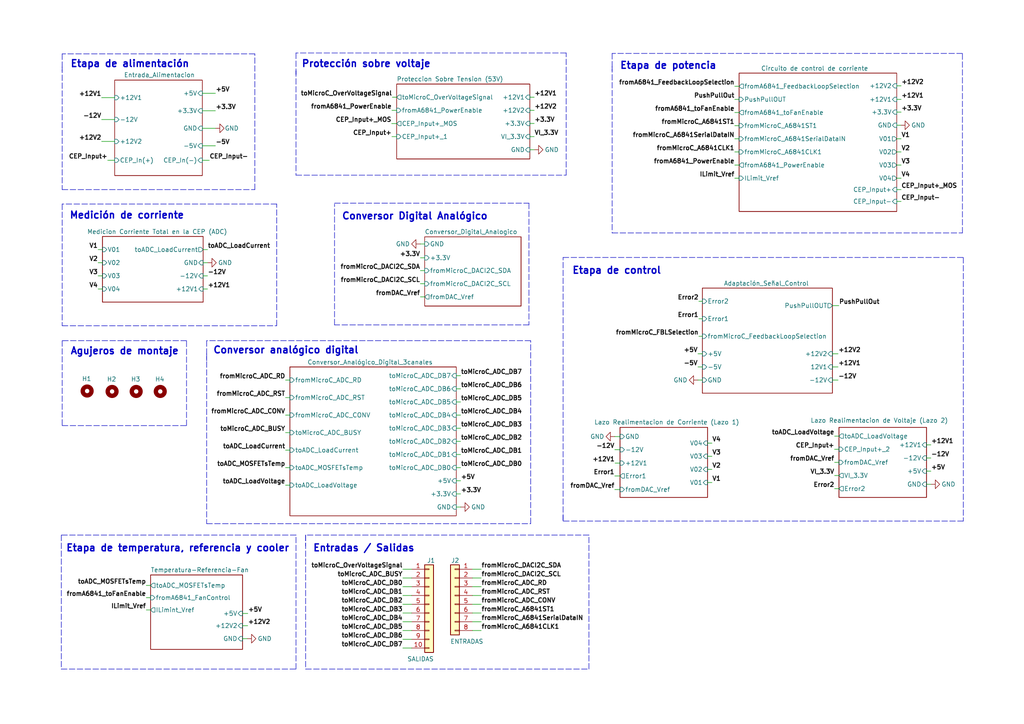
<source format=kicad_sch>
(kicad_sch (version 20211123) (generator eeschema)
  (paper "A4")
  (title_block (title "PLACA DE POTENCIA") (date "2021-12-15") (rev "V02") (comment 2 "creativecommons.orgn/licenses/by/4.0/") (comment 3 "Licenses: CC BY 4.0") (comment 4 "Author: Ibañez Lucas"))
  (lib_symbols
    (symbol "Connector_Generic:Conn_01x08" (pin_names (offset 1.016) hide)
      (property "Reference" "J" (at 0 10.16 0))
      (property "Value" "Conn_01x08" (at 0 -12.7 0))
      (symbol "Conn_01x08_1_1"
        (rectangle (start -1.27 -10.033) (end 0 -10.287) (stroke (width 0.1524)))
        (rectangle (start -1.27 -7.493) (end 0 -7.747) (stroke (width 0.1524)))
        (rectangle (start -1.27 -4.953) (end 0 -5.207) (stroke (width 0.1524)))
        (rectangle (start -1.27 -2.413) (end 0 -2.667) (stroke (width 0.1524)))
        (rectangle (start -1.27 0.127) (end 0 -0.127) (stroke (width 0.1524)))
        (rectangle (start -1.27 2.667) (end 0 2.413) (stroke (width 0.1524)))
        (rectangle (start -1.27 5.207) (end 0 4.953) (stroke (width 0.1524)))
        (rectangle (start -1.27 7.747) (end 0 7.493) (stroke (width 0.1524)))
        (rectangle (start -1.27 8.89) (end 1.27 -11.43) (stroke (width 0.254)) (fill (type background)))
        (pin passive line (at -5.08 7.62 0) (length 3.81) (name "Pin_1") (number "1"))
        (pin passive line (at -5.08 5.08 0) (length 3.81) (name "Pin_2") (number "2"))
        (pin passive line (at -5.08 2.54 0) (length 3.81) (name "Pin_3") (number "3"))
        (pin passive line (at -5.08 0 0) (length 3.81) (name "Pin_4") (number "4"))
        (pin passive line (at -5.08 -2.54 0) (length 3.81) (name "Pin_5") (number "5"))
        (pin passive line (at -5.08 -5.08 0) (length 3.81) (name "Pin_6") (number "6"))
        (pin passive line (at -5.08 -7.62 0) (length 3.81) (name "Pin_7") (number "7"))
        (pin passive line (at -5.08 -10.16 0) (length 3.81) (name "Pin_8") (number "8"))
      )
    )
    (symbol "Connector_Generic:Conn_01x10" (pin_names (offset 1.016) hide)
      (property "Reference" "J" (at 0 12.7 0))
      (property "Value" "Conn_01x10" (at 0 -15.24 0))
      (symbol "Conn_01x10_1_1"
        (rectangle (start -1.27 -12.573) (end 0 -12.827) (stroke (width 0.1524)))
        (rectangle (start -1.27 -10.033) (end 0 -10.287) (stroke (width 0.1524)))
        (rectangle (start -1.27 -7.493) (end 0 -7.747) (stroke (width 0.1524)))
        (rectangle (start -1.27 -4.953) (end 0 -5.207) (stroke (width 0.1524)))
        (rectangle (start -1.27 -2.413) (end 0 -2.667) (stroke (width 0.1524)))
        (rectangle (start -1.27 0.127) (end 0 -0.127) (stroke (width 0.1524)))
        (rectangle (start -1.27 2.667) (end 0 2.413) (stroke (width 0.1524)))
        (rectangle (start -1.27 5.207) (end 0 4.953) (stroke (width 0.1524)))
        (rectangle (start -1.27 7.747) (end 0 7.493) (stroke (width 0.1524)))
        (rectangle (start -1.27 10.287) (end 0 10.033) (stroke (width 0.1524)))
        (rectangle (start -1.27 11.43) (end 1.27 -13.97) (stroke (width 0.254)) (fill (type background)))
        (pin passive line (at -5.08 10.16 0) (length 3.81) (name "Pin_1") (number "1"))
        (pin passive line (at -5.08 -12.7 0) (length 3.81) (name "Pin_10") (number "10"))
        (pin passive line (at -5.08 7.62 0) (length 3.81) (name "Pin_2") (number "2"))
        (pin passive line (at -5.08 5.08 0) (length 3.81) (name "Pin_3") (number "3"))
        (pin passive line (at -5.08 2.54 0) (length 3.81) (name "Pin_4") (number "4"))
        (pin passive line (at -5.08 0 0) (length 3.81) (name "Pin_5") (number "5"))
        (pin passive line (at -5.08 -2.54 0) (length 3.81) (name "Pin_6") (number "6"))
        (pin passive line (at -5.08 -5.08 0) (length 3.81) (name "Pin_7") (number "7"))
        (pin passive line (at -5.08 -7.62 0) (length 3.81) (name "Pin_8") (number "8"))
        (pin passive line (at -5.08 -10.16 0) (length 3.81) (name "Pin_9") (number "9"))
      )
    )
    (symbol "Mechanical:MountingHole" (pin_names (offset 1.016))
      (property "Reference" "H" (at 0 5.08 0))
      (property "Value" "MountingHole" (at 0 3.175 0))
      (symbol "MountingHole_0_1"
        (circle (center 0 0) (radius 1.27) (stroke (width 1.27)))
      )
    )
    (symbol "power:GND" (power) (pin_names (offset 0))
      (property "Value" "GND" (at 0 -3.81 0))
      (symbol "GND_0_1"
        (polyline (pts (xy 0 0) (xy 0 -1.27) (xy 1.27 -1.27) (xy 0 -2.54) (xy -1.27 -1.27) (xy 0 -1.27)))
      )
      (symbol "GND_1_1"
        (pin power_in line (at 0 0 270) (length 0) hide (name "GND") (number "1"))
      )
    )
  )
  (polyline (pts (xy 54.102 98.806) (xy 18.034 98.806)))
  (wire (pts (xy 132.334 128.016) (xy 133.604 128.016)))
  (wire (pts (xy 113.665 32.004) (xy 115.062 32.004)))
  (wire (pts (xy 137.033 165.1) (xy 139.573 165.1)))
  (wire (pts (xy 268.732 132.842) (xy 270.002 132.842)))
  (polyline (pts (xy 59.944 98.806) (xy 59.944 104.648)))
  (wire (pts (xy 260.096 28.829) (xy 261.366 28.829)))
  (wire (pts (xy 28.448 83.82) (xy 29.718 83.82)))
  (wire (pts (xy 58.674 27.051) (xy 62.484 27.051)))
  (polyline (pts (xy 170.815 155.194) (xy 88.646 155.194)))
  (wire (pts (xy 29.464 28.321) (xy 33.274 28.321)))
  (polyline (pts (xy 177.546 19.304) (xy 177.546 67.564)))
  (wire (pts (xy 70.358 181.483) (xy 71.8566 181.483)))
  (wire (pts (xy 116.84 185.42) (xy 119.38 185.42)))
  (wire (pts (xy 154.94 39.624) (xy 153.67 39.624)))
  (wire (pts (xy 84.074 130.556) (xy 82.804 130.556)))
  (wire (pts (xy 133.604 143.256) (xy 132.334 143.256)))
  (polyline (pts (xy 54.102 123.444) (xy 54.102 98.806)))
  (wire (pts (xy 178.308 126.619) (xy 179.832 126.619)))
  (wire (pts (xy 139.573 172.72) (xy 137.033 172.72)))
  (wire (pts (xy 123.19 82.296) (xy 121.92 82.296)))
  (wire (pts (xy 132.334 116.586) (xy 133.604 116.586)))
  (polyline (pts (xy 177.546 15.494) (xy 177.546 20.574)))
  (polyline (pts (xy 153.924 151.892) (xy 153.924 98.806)))
  (wire (pts (xy 213.106 44.069) (xy 214.376 44.069)))
  (polyline (pts (xy 279.146 15.494) (xy 177.546 15.494)))
  (wire (pts (xy 133.604 120.396) (xy 132.334 120.396)))
  (wire (pts (xy 29.464 34.671) (xy 33.274 34.671)))
  (wire (pts (xy 139.573 177.8) (xy 137.033 177.8)))
  (wire (pts (xy 133.604 139.446) (xy 132.334 139.446)))
  (wire (pts (xy 133.604 135.636) (xy 132.334 135.636)))
  (wire (pts (xy 154.94 35.814) (xy 153.67 35.814)))
  (wire (pts (xy 202.692 87.376) (xy 203.708 87.376)))
  (polyline (pts (xy 18.034 123.444) (xy 54.102 123.444)))
  (wire (pts (xy 243.332 130.302) (xy 242.062 130.302)))
  (polyline (pts (xy 80.264 59.182) (xy 18.034 59.182)))
  (wire (pts (xy 260.096 54.991) (xy 261.366 54.991)))
  (wire (pts (xy 178.308 141.986) (xy 179.832 141.986)))
  (wire (pts (xy 154.94 43.434) (xy 153.67 43.434)))
  (wire (pts (xy 84.074 120.396) (xy 82.804 120.396)))
  (polyline (pts (xy 17.78 194.056) (xy 85.852 194.056)))
  (wire (pts (xy 241.427 102.616) (xy 243.078 102.616)))
  (polyline (pts (xy 73.914 54.991) (xy 73.914 15.621)))
  (wire (pts (xy 132.334 108.966) (xy 133.604 108.966)))
  (wire (pts (xy 70.358 185.2422) (xy 71.6788 185.2422)))
  (wire (pts (xy 121.92 74.7776) (xy 123.19 74.7776)))
  (polyline (pts (xy 97.028 58.928) (xy 153.416 58.928)))
  (wire (pts (xy 205.232 139.954) (xy 206.502 139.954)))
  (wire (pts (xy 260.096 24.892) (xy 261.366 24.892)))
  (wire (pts (xy 28.448 72.39) (xy 29.718 72.39)))
  (wire (pts (xy 203.708 110.236) (xy 202.438 110.236)))
  (wire (pts (xy 42.418 176.911) (xy 43.688 176.911)))
  (polyline (pts (xy 85.852 155.194) (xy 17.78 155.194)))
  (wire (pts (xy 139.573 182.88) (xy 137.033 182.88)))
  (wire (pts (xy 260.096 36.322) (xy 261.239 36.322)))
  (wire (pts (xy 213.106 47.879) (xy 214.376 47.879)))
  (wire (pts (xy 242.062 141.732) (xy 243.332 141.732)))
  (polyline (pts (xy 88.646 155.194) (xy 88.646 194.056)))
  (wire (pts (xy 28.448 76.2) (xy 29.718 76.2)))
  (wire (pts (xy 113.665 39.624) (xy 115.062 39.624)))
  (wire (pts (xy 119.38 177.8) (xy 116.84 177.8)))
  (wire (pts (xy 242.062 126.492) (xy 243.332 126.492)))
  (wire (pts (xy 260.096 40.259) (xy 261.366 40.259)))
  (wire (pts (xy 84.074 135.636) (xy 82.804 135.636)))
  (polyline (pts (xy 18.034 15.621) (xy 18.034 20.701)))
  (wire (pts (xy 241.427 110.236) (xy 243.078 110.236)))
  (polyline (pts (xy 85.852 15.367) (xy 85.852 21.844)))
  (polyline (pts (xy 170.815 194.056) (xy 170.815 155.194)))
  (polyline (pts (xy 88.646 194.056) (xy 170.815 194.056)))
  (wire (pts (xy 121.92 86.106) (xy 123.19 86.106)))
  (wire (pts (xy 121.92 78.486) (xy 123.19 78.486)))
  (polyline (pts (xy 18.034 59.182) (xy 18.034 94.488)))
  (polyline (pts (xy 153.416 94.234) (xy 97.028 94.234)))
  (polyline (pts (xy 279.146 67.564) (xy 279.146 15.494)))
  (wire (pts (xy 119.38 187.96) (xy 116.84 187.96)))
  (wire (pts (xy 58.928 72.39) (xy 60.198 72.39)))
  (wire (pts (xy 243.332 137.922) (xy 242.062 137.922)))
  (wire (pts (xy 139.573 167.64) (xy 137.033 167.64)))
  (wire (pts (xy 178.3842 134.3152) (xy 179.832 134.3152)))
  (wire (pts (xy 58.674 37.211) (xy 62.484 37.211)))
  (polyline (pts (xy 59.944 102.616) (xy 59.944 151.892)))
  (polyline (pts (xy 17.78 155.194) (xy 17.78 194.056)))
  (wire (pts (xy 58.928 83.82) (xy 60.198 83.82)))
  (wire (pts (xy 203.708 102.616) (xy 202.438 102.616)))
  (wire (pts (xy 137.033 180.34) (xy 139.573 180.34)))
  (wire (pts (xy 70.358 177.927) (xy 71.882 177.927)))
  (wire (pts (xy 178.308 130.429) (xy 179.832 130.429)))
  (wire (pts (xy 58.928 76.2) (xy 60.198 76.2)))
  (wire (pts (xy 116.84 165.1) (xy 119.38 165.1)))
  (wire (pts (xy 31.242 46.482) (xy 33.274 46.482)))
  (polyline (pts (xy 163.322 74.676) (xy 279.4 74.676)))
  (wire (pts (xy 270.002 129.032) (xy 268.732 129.032)))
  (wire (pts (xy 241.427 106.426) (xy 243.078 106.426)))
  (wire (pts (xy 137.033 175.26) (xy 139.573 175.26)))
  (wire (pts (xy 113.5888 35.8394) (xy 115.062 35.8394)))
  (polyline (pts (xy 153.924 98.806) (xy 59.944 98.806)))
  (wire (pts (xy 213.106 36.449) (xy 214.376 36.449)))
  (polyline (pts (xy 18.034 98.806) (xy 18.034 123.444)))
  (polyline (pts (xy 73.914 15.621) (xy 18.034 15.621)))
  (wire (pts (xy 213.106 32.639) (xy 214.376 32.639)))
  (wire (pts (xy 119.38 172.72) (xy 116.84 172.72)))
  (wire (pts (xy 58.674 46.482) (xy 60.706 46.482)))
  (wire (pts (xy 213.106 28.829) (xy 214.376 28.829)))
  (wire (pts (xy 242.062 134.112) (xy 243.332 134.112)))
  (wire (pts (xy 116.84 175.26) (xy 119.38 175.26)))
  (wire (pts (xy 213.106 51.689) (xy 214.376 51.689)))
  (polyline (pts (xy 279.4 74.676) (xy 279.4 151.13)))
  (wire (pts (xy 115.062 28.194) (xy 113.792 28.194)))
  (wire (pts (xy 84.074 115.316) (xy 82.804 115.316)))
  (wire (pts (xy 42.418 173.355) (xy 43.688 173.355)))
  (wire (pts (xy 205.232 136.144) (xy 206.502 136.144)))
  (polyline (pts (xy 18.034 19.431) (xy 18.034 54.991)))
  (polyline (pts (xy 59.944 151.892) (xy 153.924 151.892)))
  (wire (pts (xy 270.002 136.652) (xy 268.732 136.652)))
  (wire (pts (xy 213.106 40.259) (xy 214.376 40.259)))
  (wire (pts (xy 202.692 97.536) (xy 203.708 97.536)))
  (wire (pts (xy 154.94 28.194) (xy 153.67 28.194)))
  (wire (pts (xy 213.106 25.019) (xy 214.376 25.019)))
  (wire (pts (xy 132.334 124.206) (xy 133.604 124.206)))
  (wire (pts (xy 202.692 92.456) (xy 203.708 92.456)))
  (polyline (pts (xy 80.264 94.488) (xy 80.264 59.182)))
  (wire (pts (xy 119.38 182.88) (xy 116.84 182.88)))
  (wire (pts (xy 121.92 70.7644) (xy 123.19 70.7644)))
  (polyline (pts (xy 85.852 50.8) (xy 164.211 50.8)))
  (wire (pts (xy 84.074 110.236) (xy 82.804 110.236)))
  (wire (pts (xy 133.604 112.776) (xy 132.334 112.776)))
  (wire (pts (xy 202.438 106.426) (xy 203.708 106.426)))
  (wire (pts (xy 29.464 41.021) (xy 33.274 41.021)))
  (polyline (pts (xy 163.322 151.13) (xy 163.322 148.844)))
  (wire (pts (xy 205.232 128.524) (xy 206.502 128.524)))
  (polyline (pts (xy 85.852 20.4978) (xy 85.852 50.8)))
  (wire (pts (xy 82.804 140.716) (xy 84.074 140.716)))
  (polyline (pts (xy 18.034 54.991) (xy 73.914 54.991)))
  (polyline (pts (xy 88.646 155.194) (xy 88.646 158.369)))
  (wire (pts (xy 260.096 51.689) (xy 261.366 51.689)))
  (wire (pts (xy 154.94 32.004) (xy 153.67 32.004)))
  (polyline (pts (xy 164.211 15.367) (xy 85.852 15.367)))
  (wire (pts (xy 260.096 47.879) (xy 261.366 47.879)))
  (wire (pts (xy 58.674 42.291) (xy 62.484 42.291)))
  (wire (pts (xy 116.84 170.18) (xy 119.38 170.18)))
  (wire (pts (xy 260.096 32.512) (xy 261.366 32.512)))
  (polyline (pts (xy 85.852 194.056) (xy 85.852 155.194)))
  (wire (pts (xy 116.84 180.34) (xy 119.38 180.34)))
  (polyline (pts (xy 97.028 94.234) (xy 97.028 59.182)))
  (wire (pts (xy 58.674 32.131) (xy 62.484 32.131)))
  (wire (pts (xy 84.074 125.476) (xy 82.804 125.476)))
  (wire (pts (xy 205.232 132.334) (xy 206.502 132.334)))
  (wire (pts (xy 119.38 167.64) (xy 116.84 167.64)))
  (wire (pts (xy 268.732 140.462) (xy 270.002 140.462)))
  (wire (pts (xy 178.308 138.049) (xy 179.832 138.049)))
  (polyline (pts (xy 164.211 50.8) (xy 164.211 15.367)))
  (wire (pts (xy 241.427 88.646) (xy 243.3066 88.646)))
  (wire (pts (xy 133.604 147.066) (xy 132.334 147.066)))
  (polyline (pts (xy 153.416 58.928) (xy 153.416 94.234)))
  (wire (pts (xy 132.334 131.826) (xy 133.604 131.826)))
  (wire (pts (xy 260.096 58.42) (xy 261.366 58.42)))
  (wire (pts (xy 28.448 80.01) (xy 29.718 80.01)))
  (wire (pts (xy 260.096 44.069) (xy 261.366 44.069)))
  (polyline (pts (xy 18.034 94.488) (xy 80.264 94.488)))
  (polyline (pts (xy 177.546 67.564) (xy 279.146 67.564)))
  (wire (pts (xy 42.418 169.799) (xy 43.688 169.799)))
  (wire (pts (xy 137.033 170.18) (xy 139.573 170.18)))
  (wire (pts (xy 58.928 80.01) (xy 60.198 80.01)))
  (polyline (pts (xy 163.322 150.876) (xy 163.322 74.676)))
  (polyline (pts (xy 279.4 151.13) (xy 163.322 151.13)))
  (text "Etapa de control\n" (at 165.862 79.756 0) (effects (font (size 2 2) bold) (justify left bottom)))
  (text "Agujeros de montaje\n" (at 20.32 103.124 0) (effects (font (size 2 2) bold) (justify left bottom)))
  (text "Etapa de temperatura, referencia y cooler\n" (at 19.05 160.274 0) (effects (font (size 2 2) bold) (justify left bottom)))
  (text "Protección sobre voltaje" (at 87.376 19.812 0) (effects (font (size 2 2) bold) (justify left bottom)))
  (text "Conversor Digital Analógico		" (at 99.06 64.008 0) (effects (font (size 2 2) bold) (justify left bottom)))
  (text "Entradas / Salidas" (at 90.678 160.274 0) (effects (font (size 2 2) bold) (justify left bottom)))
  (text "Conversor analógico digital" (at 61.722 102.87 0) (effects (font (size 2 2) bold) (justify left bottom)))
  (text "Medición de corriente" (at 20.066 63.754 0) (effects (font (size 2 2) (thickness 0.4) bold) (justify left bottom)))
  (text "Etapa de potencia" (at 179.705 20.32 0) (effects (font (size 2 2) bold) (justify left bottom)))
  (text "Etapa de alimentación" (at 20.32 19.812 0) (effects (font (size 2 2) bold) (justify left bottom)))
  (label "toADC_LoadCurrent" (at 82.804 130.556 180) (effects (font (thickness 0.254) bold)))
  (label "toMicroC_OverVoltageSignal" (at 113.792 28.194 180) (effects (font (thickness 0.254) bold)))
  (label "+3.3V" (at 62.484 32.131 0) (effects (font bold)))
  (label "toMicroC_ADC_DB6" (at 116.84 185.42 180) (effects (font (thickness 0.254) bold)))
  (label "+12V2" (at 243.078 102.616 0) (effects (font bold)))
  (label "V3" (at 261.366 47.879 0) (effects (font bold)))
  (label "fromDAC_Vref" (at 178.308 141.986 180) (effects (font bold)))
  (label "+12V1" (at 154.94 28.194 0) (effects (font bold)))
  (label "+3.3V" (at 154.94 35.814 0) (effects (font bold)))
  (label "-12V" (at 243.078 110.236 0) (effects (font bold)))
  (label "toMicroC_ADC_BUSY" (at 82.804 125.476 180) (effects (font (thickness 0.254) bold)))
  (label "toADC_LoadCurrent" (at 60.198 72.39 0) (effects (font (thickness 0.254) bold)))
  (label "V3" (at 28.448 80.01 180) (effects (font bold)))
  (label "toMicroC_ADC_BUSY" (at 116.84 167.64 180) (effects (font (thickness 0.254) bold)))
  (label "-5V" (at 202.438 106.426 180) (effects (font (thickness 0.254) bold)))
  (label "PushPullOut" (at 243.3066 88.646 0) (effects (font (thickness 0.254) bold)))
  (label "fromA6841_FeedbackLoopSelection" (at 213.106 25.019 180) (effects (font (thickness 0.254) bold)))
  (label "toADC_LoadVoltage" (at 242.062 126.492 180) (effects (font bold)))
  (label "+12V2" (at 71.8566 181.483 0) (effects (font bold)))
  (label "fromA6841_PowerEnable" (at 213.106 47.879 180) (effects (font (thickness 0.254) bold)))
  (label "+12V2" (at 154.94 32.004 0) (effects (font bold)))
  (label "+12V1" (at 60.198 83.82 0) (effects (font bold)))
  (label "-12V" (at 178.308 130.429 180) (effects (font bold)))
  (label "toMicroC_ADC_DB7" (at 116.84 187.96 180) (effects (font (thickness 0.254) bold)))
  (label "CEP_Input-" (at 261.366 58.42 0) (effects (font bold)))
  (label "toADC_MOSFETsTemp" (at 42.418 169.799 180) (effects (font bold)))
  (label "fromMicroC_A6841CLK1" (at 213.106 44.069 180) (effects (font (thickness 0.254) bold)))
  (label "+3.3V" (at 261.366 32.512 0) (effects (font bold)))
  (label "+5V" (at 133.604 139.446 0) (effects (font bold)))
  (label "toADC_LoadVoltage" (at 82.804 140.716 180) (effects (font bold)))
  (label "+12V1" (at 270.002 129.032 0) (effects (font bold)))
  (label "fromMicroC_DACI2C_SCL" (at 121.92 82.296 180) (effects (font (thickness 0.254) bold)))
  (label "fromDAC_Vref" (at 121.92 86.106 180) (effects (font bold)))
  (label "CEP_Input+" (at 113.665 39.624 180) (effects (font bold)))
  (label "ILimit_Vref" (at 42.418 176.911 180) (effects (font bold)))
  (label "-12V" (at 270.002 132.842 0) (effects (font bold)))
  (label "toMicroC_ADC_DB1" (at 133.604 131.826 0) (effects (font (thickness 0.254) bold)))
  (label "fromMicroC_ADC_RST" (at 139.573 172.72 0) (effects (font (thickness 0.254) bold)))
  (label "fromMicroC_ADC_CONV" (at 82.804 120.396 180) (effects (font (thickness 0.254) bold)))
  (label "fromMicroC_A6841SerialDataIN" (at 213.106 40.259 180) (effects (font (thickness 0.254) bold)))
  (label "+12V1" (at 178.3842 134.3152 180) (effects (font bold)))
  (label "V1" (at 28.448 72.39 180) (effects (font bold)))
  (label "+12V2" (at 29.464 41.021 180) (effects (font bold)))
  (label "V2" (at 28.448 76.2 180) (effects (font bold)))
  (label "toMicroC_ADC_DB6" (at 133.604 112.776 0) (effects (font (thickness 0.254) bold)))
  (label "fromMicroC_A6841CLK1" (at 139.573 182.88 0) (effects (font (thickness 0.254) bold)))
  (label "Error1" (at 202.692 92.456 180) (effects (font bold)))
  (label "toMicroC_ADC_DB5" (at 116.84 182.88 180) (effects (font (thickness 0.254) bold)))
  (label "toMicroC_ADC_DB1" (at 116.84 172.72 180) (effects (font (thickness 0.254) bold)))
  (label "V1" (at 261.366 40.259 0) (effects (font bold)))
  (label "+3.3V" (at 133.604 143.256 0) (effects (font bold)))
  (label "-12V" (at 60.198 80.01 0) (effects (font bold)))
  (label "fromMicroC_ADC_RD" (at 82.804 110.236 180) (effects (font (thickness 0.254) bold)))
  (label "toMicroC_ADC_DB7" (at 133.604 108.966 0) (effects (font (thickness 0.254) bold)))
  (label "+5V" (at 71.882 177.927 0) (effects (font bold)))
  (label "fromMicroC_DACI2C_SCL" (at 139.573 167.64 0) (effects (font (thickness 0.254) bold)))
  (label "-12V" (at 29.464 34.671 180) (effects (font bold)))
  (label "ILimit_Vref" (at 213.106 51.689 180) (effects (font bold)))
  (label "PushPullOut" (at 213.106 28.829 180) (effects (font (thickness 0.254) bold)))
  (label "+12V1" (at 243.078 106.426 0) (effects (font bold)))
  (label "fromMicroC_A6841ST1" (at 139.573 177.8 0) (effects (font (thickness 0.254) bold)))
  (label "fromMicroC_A6841SerialDataIN" (at 139.573 180.34 0) (effects (font (thickness 0.254) bold)))
  (label "fromMicroC_DACI2C_SDA" (at 121.92 78.486 180) (effects (font (thickness 0.254) bold)))
  (label "toMicroC_ADC_DB2" (at 133.604 128.016 0) (effects (font (thickness 0.254) bold)))
  (label "V3" (at 206.502 132.334 0) (effects (font bold)))
  (label "Error1" (at 178.308 138.049 180) (effects (font bold)))
  (label "+3.3V" (at 121.92 74.7776 180) (effects (font bold)))
  (label "fromMicroC_FBLSelection" (at 202.692 97.536 180) (effects (font (thickness 0.254) bold)))
  (label "-5V" (at 62.484 42.291 0) (effects (font bold)))
  (label "fromMicroC_ADC_CONV" (at 139.573 175.26 0) (effects (font (thickness 0.254) bold)))
  (label "toMicroC_ADC_DB2" (at 116.84 175.26 180) (effects (font (thickness 0.254) bold)))
  (label "CEP_Input+_MOS" (at 261.366 54.991 0) (effects (font bold)))
  (label "+5V" (at 62.484 27.051 0) (effects (font bold)))
  (label "V4" (at 261.366 51.689 0) (effects (font bold)))
  (label "+12V2" (at 261.366 24.892 0) (effects (font bold)))
  (label "CEP_Input+_MOS" (at 113.5888 35.8394 180) (effects (font bold)))
  (label "fromA6841_PowerEnable" (at 113.665 32.004 180) (effects (font (thickness 0.254) bold)))
  (label "+5V" (at 270.002 136.652 0) (effects (font bold)))
  (label "fromMicroC_ADC_RD" (at 139.573 170.18 0) (effects (font (thickness 0.254) bold)))
  (label "fromMicroC_A6841ST1" (at 213.106 36.449 180) (effects (font (thickness 0.254) bold)))
  (label "V4" (at 28.448 83.82 180) (effects (font bold)))
  (label "+12V1" (at 261.366 28.829 0) (effects (font bold)))
  (label "Error2" (at 202.692 87.376 180) (effects (font bold)))
  (label "VI_3.3V" (at 242.062 137.922 180) (effects (font bold)))
  (label "V2" (at 206.502 136.144 0) (effects (font bold)))
  (label "toMicroC_ADC_DB0" (at 133.604 135.636 0) (effects (font (thickness 0.254) bold)))
  (label "CEP_Input-" (at 60.706 46.482 0) (effects (font bold)))
  (label "fromDAC_Vref" (at 242.062 134.112 180) (effects (font bold)))
  (label "toMicroC_ADC_DB3" (at 133.604 124.206 0) (effects (font (thickness 0.254) bold)))
  (label "toMicroC_ADC_DB4" (at 116.84 180.34 180) (effects (font (thickness 0.254) bold)))
  (label "V4" (at 206.502 128.524 0) (effects (font bold)))
  (label "+12V1" (at 29.464 28.321 180) (effects (font bold)))
  (label "toMicroC_ADC_DB4" (at 133.604 120.396 0) (effects (font (thickness 0.254) bold)))
  (label "toMicroC_ADC_DB0" (at 116.84 170.18 180) (effects (font (thickness 0.254) bold)))
  (label "CEP_Input+" (at 242.062 130.302 180) (effects (font bold)))
  (label "CEP_Input+" (at 31.242 46.482 180) (effects (font bold)))
  (label "toMicroC_OverVoltageSignal" (at 116.84 165.1 180) (effects (font (thickness 0.254) bold)))
  (label "fromA6841_toFanEnable" (at 213.106 32.639 180) (effects (font (thickness 0.254) bold)))
  (label "VI_3.3V" (at 154.94 39.624 0) (effects (font bold)))
  (label "toMicroC_ADC_DB3" (at 116.84 177.8 180) (effects (font (thickness 0.254) bold)))
  (label "fromMicroC_ADC_RST" (at 82.804 115.316 180) (effects (font (thickness 0.254) bold)))
  (label "V1" (at 206.502 139.954 0) (effects (font bold)))
  (label "Error2" (at 242.062 141.732 180) (effects (font bold)))
  (label "+5V" (at 202.438 102.616 180) (effects (font bold)))
  (label "toADC_MOSFETsTemp" (at 82.804 135.636 180) (effects (font bold)))
  (label "fromA6841_toFanEnable" (at 42.418 173.355 180) (effects (font (thickness 0.254) bold)))
  (label "fromMicroC_DACI2C_SDA" (at 139.573 165.1 0) (effects (font (thickness 0.254) bold)))
  (label "V2" (at 261.366 44.069 0) (effects (font bold)))
  (label "toMicroC_ADC_DB5" (at 133.604 116.586 0) (effects (font (thickness 0.254) bold)))
  (symbol (lib_id "power:GND") (at 62.484 37.211 90) (unit 1)
    (property "Reference" "#PWR0101" (effects hide))
    (property "Value" "GND" (at 67.2084 37.211 90))
  )
  (symbol (lib_id "power:GND") (at 178.308 126.619 270) (unit 1)
    (property "Reference" "#PWR0108" (effects hide))
    (property "Value" "GND" (at 173.228 126.619 90))
  )
  (symbol (lib_id "power:GND") (at 202.438 110.236 270) (unit 1)
    (property "Reference" "#PWR0110" (effects hide))
    (property "Value" "GND" (at 197.358 110.236 90))
  )
  (symbol (lib_id "power:GND") (at 270.002 140.462 90) (unit 1)
    (property "Reference" "#PWR0111" (effects hide))
    (property "Value" "GND" (at 275.082 140.462 90))
  )
  (symbol (lib_id "power:GND") (at 121.92 70.7644 270) (unit 1)
    (property "Reference" "#PWR0112" (effects hide))
    (property "Value" "GND" (at 116.84 70.7644 90))
  )
  (symbol (lib_id "power:GND") (at 133.604 147.066 90) (unit 1)
    (property "Reference" "#PWR0113" (effects hide))
    (property "Value" "GND" (at 138.684 147.066 90))
  )
  (symbol (lib_id "power:GND") (at 154.94 43.434 90) (unit 1)
    (property "Reference" "#PWR0115" (effects hide))
    (property "Value" "GND" (at 160.02 43.434 90))
  )
  (symbol (lib_id "power:GND") (at 60.198 76.2 90) (unit 1)
    (property "Reference" "#PWR0116" (effects hide))
    (property "Value" "GND" (at 65.278 76.2 90))
  )
  (symbol (lib_id "power:GND") (at 261.239 36.322 90) (unit 1)
    (property "Reference" "#PWR0117" (effects hide))
    (property "Value" "GND" (at 266.319 36.322 90))
  )
  (symbol (lib_id "power:GND") (at 71.6788 185.2422 90) (unit 1)
    (property "Reference" "#PWR0130" (effects hide))
    (property "Value" "GND" (at 76.7588 185.2422 90))
  )
  (symbol (lib_id "Mechanical:MountingHole") (at 32.512 113.538 270) (unit 1)
    (property "Reference" "H2" (at 30.988 109.982 90) (effects (justify left)))
    (property "Value" "MountingHole" (effects hide))
    (property "Footprint" "MountingHole:MountingHole_2.2mm_M2_Pad_Via" (effects hide))
  )
  (symbol (lib_id "Connector_Generic:Conn_01x10") (at 124.46 175.26 0) (unit 1)
    (property "Reference" "J1" (at 123.825 162.56 0) (effects (justify left)))
    (property "Value" "SALIDAS" (at 118.11 191.135 0) (effects (justify left)))
    (property "Footprint" "Connector_PinHeader_2.54mm:PinHeader_1x10_P2.54mm_Vertical" (effects hide))
  )
  (symbol (lib_id "Mechanical:MountingHole") (at 25.273 113.411 270) (unit 1)
    (property "Reference" "H1" (at 23.749 109.855 90) (effects (justify left)))
    (property "Value" "MountingHole" (effects hide))
    (property "Footprint" "MountingHole:MountingHole_2.2mm_M2_Pad_Via" (effects hide))
  )
  (symbol (lib_id "Mechanical:MountingHole") (at 46.482 113.538 270) (unit 1)
    (property "Reference" "H4" (at 44.958 109.982 90) (effects (justify left)))
    (property "Value" "MountingHole" (effects hide))
    (property "Footprint" "MountingHole:MountingHole_2.2mm_M2_Pad_Via" (effects hide))
  )
  (symbol (lib_id "Mechanical:MountingHole") (at 39.497 113.538 270) (unit 1)
    (property "Reference" "H3" (at 37.973 109.982 90) (effects (justify left)))
    (property "Value" "MountingHole" (effects hide))
    (property "Footprint" "MountingHole:MountingHole_2.2mm_M2_Pad_Via" (effects hide))
  )
  (symbol (lib_id "Connector_Generic:Conn_01x08") (at 131.953 172.72 0) (mirror y) (unit 1)
    (property "Reference" "J2" (at 133.223 162.56 0) (effects (justify left)))
    (property "Value" "ENTRADAS" (at 140.208 186.055 0) (effects (justify left)))
    (property "Footprint" "Connector_PinHeader_2.54mm:PinHeader_1x08_P2.54mm_Vertical" (effects hide))
  )
  (sheet (at 29.718 68.58) (size 29.21 19.05)
    (property "Sheet name" "Medicion Corriente Total en la CEP (ADC)" (at 25.273 67.945 0) (effects (justify left bottom)))
    (property "Sheet file" "Medicion Corriente Total en la CEP (ADC).kicad_sch" (effects hide))
    (pin "toADC_LoadCurrent" output (at 58.928 72.39 0) (effects (font (size 1.2954 1.2954))))
    (pin "GND" input (at 58.928 76.2 0) (effects (font (size 1.2954 1.2954))))
    (pin "-12V" input (at 58.928 80.01 0) (effects (font (size 1.2954 1.2954))))
    (pin "+12V1" input (at 58.928 83.82 0))
    (pin "V01" input (at 29.718 72.39 180))
    (pin "V02" input (at 29.718 76.2 180))
    (pin "V03" input (at 29.718 80.01 180))
    (pin "V04" input (at 29.718 83.82 180))
  )
  (sheet (at 43.688 166.751) (size 26.67 21.59)
    (property "Sheet name" "Temperatura-Referencia-Fan" (at 43.688 166.0394 0) (effects (justify left bottom)))
    (property "Sheet file" "Temperatura-Referencia-Fan.kicad_sch" (effects hide))
    (pin "GND" input (at 70.358 185.2422 0) (effects (font (size 1.2954 1.2954))))
    (pin "+5V" input (at 70.358 177.927 0) (effects (font (size 1.2954 1.2954))))
    (pin "toADC_MOSFETsTemp" output (at 43.688 169.799 180) (effects (font (size 1.2954 1.2954))))
    (pin "fromA6841_FanControl" input (at 43.688 173.355 180))
    (pin "+12V2" input (at 70.358 181.483 0))
    (pin "ILimint_Vref" output (at 43.688 176.911 180))
  )
  (sheet (at 115.062 24.384) (size 38.608 21.717)
    (property "Sheet name" "Proteccion Sobre Tension (53V)" (at 115.062 23.6724 0) (effects (justify left bottom)))
    (property "Sheet file" "Proteccion Sobre Tension (53V).kicad_sch" (effects hide))
    (pin "+12V1" input (at 153.67 28.194 0))
    (pin "toMicroC_OverVoltageSignal" output (at 115.062 28.194 180))
    (pin "fromA6841_PowerEnable" input (at 115.062 32.004 180))
    (pin "+12V2" input (at 153.67 32.004 0))
    (pin "GND" input (at 153.67 43.434 0))
    (pin "VI_3.3V" input (at 153.67 39.624 0))
    (pin "CEP_Input+_1" input (at 115.062 39.624 180))
    (pin "+3.3V" input (at 153.67 35.814 0))
    (pin "CEP_Input+_MOS" output (at 115.062 35.8394 180))
  )
  (sheet (at 243.332 123.952) (size 25.4 20.32)
    (property "Sheet name" "Lazo Realimentacion de Voltaje (Lazo 2)" (at 235.077 122.682 0) (effects (justify left bottom)))
    (property "Sheet file" "Lazo Realimentacion de Voltaje (Lazo 2).kicad_sch" (effects hide))
    (pin "toADC_LoadVoltage" output (at 243.332 126.492 180) (effects (font (size 1.2954 1.2954))))
    (pin "+5V" input (at 268.732 136.652 0) (effects (font (size 1.2954 1.2954))))
    (pin "Error2" output (at 243.332 141.732 180) (effects (font (size 1.2954 1.2954))))
    (pin "-12V" input (at 268.732 132.842 0) (effects (font (size 1.2954 1.2954))))
    (pin "GND" input (at 268.732 140.462 0) (effects (font (size 1.2954 1.2954))))
    (pin "CEP_Input+_2" input (at 243.332 130.302 180))
    (pin "fromDAC_Vref" input (at 243.332 134.112 180))
    (pin "+12V1" input (at 268.732 129.032 0))
    (pin "VI_3.3V" output (at 243.332 137.922 180))
  )
  (sheet (at 179.832 123.952) (size 25.4 20.32)
    (property "Sheet name" "Lazo Realimentacion de Corriente (Lazo 1)" (at 172.339 123.19 0) (effects (justify left bottom)))
    (property "Sheet file" "Lazo Realimentacion de Corriente (Lazo 1).kicad_sch" (effects hide))
    (pin "fromDAC_Vref" input (at 179.832 141.986 180) (effects (font (size 1.2954 1.2954))))
    (pin "Error1" output (at 179.832 138.049 180) (effects (font (size 1.2954 1.2954))))
    (pin "-12V" input (at 179.832 130.429 180) (effects (font (size 1.2954 1.2954))))
    (pin "GND" input (at 179.832 126.619 180) (effects (font (size 1.2954 1.2954))))
    (pin "+12V1" input (at 179.832 134.3152 180))
    (pin "V04" input (at 205.232 128.524 0))
    (pin "V03" input (at 205.232 132.334 0))
    (pin "V02" input (at 205.232 136.144 0))
    (pin "V01" input (at 205.232 139.954 0))
  )
  (sheet (at 214.376 21.209) (size 45.72 40.132)
    (property "Sheet name" "Circuito de control de corriente" (at 220.726 20.574 0) (effects (justify left bottom)))
    (property "Sheet file" "Circuito de control de corriente.kicad_sch" (effects hide))
    (pin "CEP_Input-" input (at 260.096 58.42 0))
    (pin "CEP_Input+" input (at 260.096 54.991 0))
    (pin "+3.3V" input (at 260.096 32.512 0))
    (pin "+12V2" input (at 260.096 24.892 0))
    (pin "fromMicroC_A6841ST1" input (at 214.376 36.449 180))
    (pin "fromMicroC_A6841SerialDataIN" input (at 214.376 40.259 180))
    (pin "fromMicroC_A6841CLK1" input (at 214.376 44.069 180))
    (pin "PushPullOUT" input (at 214.376 28.829 180))
    (pin "GND" input (at 260.096 36.322 0))
    (pin "+12V1" input (at 260.096 28.829 0))
    (pin "ILimit_Vref" input (at 214.376 51.689 180))
    (pin "fromA6841_PowerEnable" output (at 214.376 47.879 180))
    (pin "fromA6841_FeedbackLoopSelection" output (at 214.376 25.019 180))
    (pin "fromA6841_toFanEnable" output (at 214.376 32.639 180))
    (pin "V01" output (at 260.096 40.259 0))
    (pin "V02" output (at 260.096 44.069 0))
    (pin "V03" output (at 260.096 47.879 0))
    (pin "V04" output (at 260.096 51.689 0))
  )
  (sheet (at 203.708 83.566) (size 37.719 30.48)
    (property "Sheet name" "Adaptación_Señal_Control" (at 209.931 82.931 0) (effects (justify left bottom)))
    (property "Sheet file" "Adaptación_Señal_Control.kicad_sch" (effects hide))
    (pin "fromMicroC_FeedbackLoopSelection" input (at 203.708 97.536 180) (effects (font (size 1.2954 1.2954))))
    (pin "-5V" input (at 203.708 106.426 180) (effects (font (size 1.2954 1.2954))))
    (pin "Error1" input (at 203.708 92.456 180) (effects (font (size 1.2954 1.2954))))
    (pin "Error2" input (at 203.708 87.376 180) (effects (font (size 1.2954 1.2954))))
    (pin "+5V" input (at 203.708 102.616 180) (effects (font (size 1.2954 1.2954))))
    (pin "PushPullOUT" output (at 241.427 88.646 0) (effects (font (size 1.2954 1.2954))))
    (pin "GND" input (at 203.708 110.236 180) (effects (font (size 1.2954 1.2954))))
    (pin "+12V2" input (at 241.427 102.616 0))
    (pin "12V1" input (at 241.427 106.426 0))
    (pin "-12V" input (at 241.427 110.236 0))
  )
  (sheet (at 84.074 106.426) (size 48.26 43.18)
    (property "Sheet name" "Conversor_Analógico_Digital_3canales" (at 89.154 105.791 0) (effects (justify left bottom)))
    (property "Sheet file" "Conversor_Analógico_Digital_3canales.kicad_sch" (effects hide))
    (pin "toMicroC_ADC_DB7" input (at 132.334 108.966 0) (effects (font (size 1.2954 1.2954))))
    (pin "toMicroC_ADC_DB6" input (at 132.334 112.776 0) (effects (font (size 1.2954 1.2954))))
    (pin "toMicroC_ADC_DB5" input (at 132.334 116.586 0) (effects (font (size 1.2954 1.2954))))
    (pin "toMicroC_ADC_DB4" input (at 132.334 120.396 0) (effects (font (size 1.2954 1.2954))))
    (pin "toMicroC_ADC_DB3" input (at 132.334 124.206 0) (effects (font (size 1.2954 1.2954))))
    (pin "toMicroC_ADC_DB2" input (at 132.334 128.016 0) (effects (font (size 1.2954 1.2954))))
    (pin "toMicroC_ADC_DB1" input (at 132.334 131.826 0) (effects (font (size 1.2954 1.2954))))
    (pin "toMicroC_ADC_DB0" input (at 132.334 135.636 0) (effects (font (size 1.2954 1.2954))))
    (pin "toADC_LoadCurrent" input (at 84.074 130.556 180) (effects (font (size 1.2954 1.2954))))
    (pin "+3.3V" input (at 132.334 143.256 0) (effects (font (size 1.2954 1.2954))))
    (pin "fromMicroC_ADC_RD" input (at 84.074 110.236 180) (effects (font (size 1.2954 1.2954))))
    (pin "toMicroC_ADC_BUSY" input (at 84.074 125.476 180) (effects (font (size 1.2954 1.2954))))
    (pin "fromMicroC_ADC_RST" input (at 84.074 115.316 180) (effects (font (size 1.2954 1.2954))))
    (pin "fromMicroC_ADC_CONV" input (at 84.074 120.396 180) (effects (font (size 1.2954 1.2954))))
    (pin "GND" input (at 132.334 147.066 0) (effects (font (size 1.2954 1.2954))))
    (pin "+5V" input (at 132.334 139.446 0))
    (pin "toADC_LoadVoltage" input (at 84.074 140.716 180))
    (pin "toADC_MOSFETsTemp" input (at 84.074 135.636 180))
  )
  (sheet (at 123.19 68.6816) (size 27.94 20.0914)
    (property "Sheet name" "Conversor_Digital_Analogico" (at 123.19 67.97 0) (effects (justify left bottom)))
    (property "Sheet file" "Conversor_Digital_Analogico.kicad_sch" (effects hide))
    (pin "+3.3V" input (at 123.19 74.7776 180) (effects (font (size 1.2954 1.2954))))
    (pin "fromMicroC_DACI2C_SDA" input (at 123.19 78.486 180) (effects (font (size 1.2954 1.2954))))
    (pin "fromMicroC_DACI2C_SCL" input (at 123.19 82.296 180) (effects (font (size 1.2954 1.2954))))
    (pin "GND" input (at 123.19 70.7644 180) (effects (font (size 1.2954 1.2954))))
    (pin "fromDAC_Vref" output (at 123.19 86.106 180))
  )
  (sheet (at 33.274 23.241) (size 25.4 27.686)
    (property "Sheet name" "Entrada_Alimentacion" (at 35.941 22.479 0) (effects (justify left bottom)))
    (property "Sheet file" "Entrada_Alimentacion.kicad_sch" (effects hide))
    (pin "+12V2" input (at 33.274 41.021 180))
    (pin "GND" input (at 58.674 37.211 0))
    (pin "+3.3V" input (at 58.674 32.131 0))
    (pin "+5V" input (at 58.674 27.051 0))
    (pin "-5V" input (at 58.674 42.291 0))
    (pin "+12V1" input (at 33.274 28.321 180))
    (pin "-12V" input (at 33.274 34.671 180))
    (pin "CEP_In(-)" input (at 58.674 46.482 0))
    (pin "CEP_In(+)" input (at 33.274 46.482 180))
  )
)
</source>
